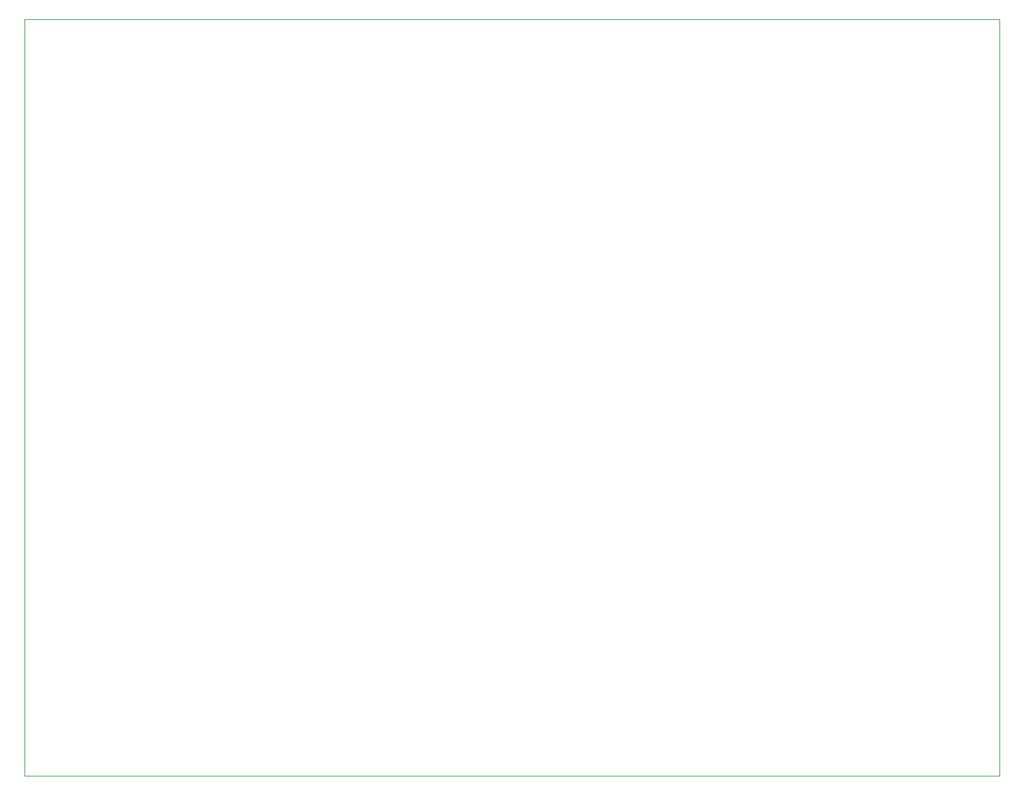
<source format=gbr>
%TF.GenerationSoftware,KiCad,Pcbnew,6.0.11-2627ca5db0~126~ubuntu22.04.1*%
%TF.CreationDate,2023-08-15T17:01:30+02:00*%
%TF.ProjectId,HM-LC-Bl1-FM_FUEL4EP_PCB,484d2d4c-432d-4426-9c31-2d464d5f4655,1.5*%
%TF.SameCoordinates,Original*%
%TF.FileFunction,Profile,NP*%
%FSLAX46Y46*%
G04 Gerber Fmt 4.6, Leading zero omitted, Abs format (unit mm)*
G04 Created by KiCad (PCBNEW 6.0.11-2627ca5db0~126~ubuntu22.04.1) date 2023-08-15 17:01:30*
%MOMM*%
%LPD*%
G01*
G04 APERTURE LIST*
%TA.AperFunction,Profile*%
%ADD10C,0.038100*%
%TD*%
G04 APERTURE END LIST*
D10*
X0Y0D02*
X0Y96720000D01*
X0Y96720000D02*
X124460000Y96720000D01*
X124460000Y0D02*
X0Y0D01*
X124460000Y96720000D02*
X124460000Y0D01*
M02*

</source>
